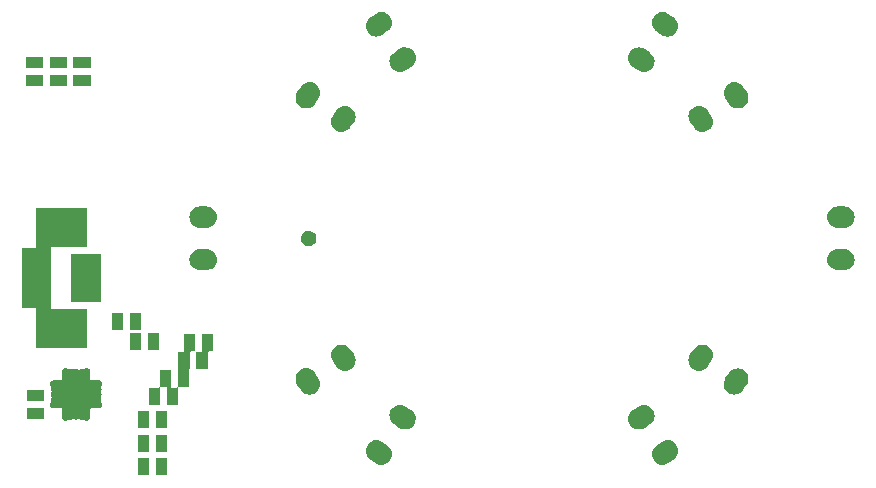
<source format=gbs>
G04 (created by PCBNEW (2013-07-07 BZR 4022)-stable) date 07/05/2014 00:19:26*
%MOIN*%
G04 Gerber Fmt 3.4, Leading zero omitted, Abs format*
%FSLAX34Y34*%
G01*
G70*
G90*
G04 APERTURE LIST*
%ADD10C,0.00590551*%
G04 APERTURE END LIST*
G54D10*
G36*
X58158Y-52640D02*
X57589Y-52640D01*
X57589Y-52271D01*
X58158Y-52271D01*
X58158Y-52640D01*
X58158Y-52640D01*
G37*
G36*
X58158Y-53240D02*
X57589Y-53240D01*
X57589Y-52871D01*
X58158Y-52871D01*
X58158Y-53240D01*
X58158Y-53240D01*
G37*
G36*
X58178Y-63762D02*
X57608Y-63762D01*
X57608Y-63393D01*
X58178Y-63393D01*
X58178Y-63762D01*
X58178Y-63762D01*
G37*
G36*
X58178Y-64362D02*
X57608Y-64362D01*
X57608Y-63993D01*
X58178Y-63993D01*
X58178Y-64362D01*
X58178Y-64362D01*
G37*
G36*
X58946Y-52640D02*
X58376Y-52640D01*
X58376Y-52271D01*
X58946Y-52271D01*
X58946Y-52640D01*
X58946Y-52640D01*
G37*
G36*
X58946Y-53240D02*
X58376Y-53240D01*
X58376Y-52871D01*
X58946Y-52871D01*
X58946Y-53240D01*
X58946Y-53240D01*
G37*
G36*
X59607Y-61988D02*
X57912Y-61988D01*
X57912Y-60676D01*
X57912Y-60661D01*
X57906Y-60647D01*
X57895Y-60636D01*
X57881Y-60630D01*
X57866Y-60630D01*
X57440Y-60630D01*
X57440Y-60283D01*
X57440Y-60267D01*
X57440Y-60204D01*
X57440Y-60189D01*
X57440Y-59889D01*
X57440Y-59874D01*
X57440Y-59810D01*
X57440Y-59795D01*
X57440Y-59495D01*
X57440Y-59480D01*
X57440Y-59417D01*
X57440Y-59401D01*
X57440Y-59102D01*
X57440Y-59086D01*
X57440Y-59023D01*
X57440Y-59008D01*
X57440Y-58660D01*
X57866Y-58660D01*
X57881Y-58660D01*
X57895Y-58654D01*
X57906Y-58643D01*
X57912Y-58629D01*
X57912Y-58614D01*
X57912Y-57302D01*
X59607Y-57302D01*
X59607Y-58603D01*
X58472Y-58603D01*
X58456Y-58603D01*
X58442Y-58608D01*
X58431Y-58619D01*
X58425Y-58634D01*
X58425Y-58649D01*
X58425Y-59008D01*
X58425Y-59023D01*
X58425Y-59086D01*
X58425Y-59102D01*
X58425Y-59401D01*
X58425Y-59417D01*
X58425Y-59480D01*
X58425Y-59495D01*
X58425Y-59795D01*
X58425Y-59810D01*
X58425Y-59874D01*
X58425Y-59889D01*
X58425Y-60189D01*
X58425Y-60204D01*
X58425Y-60267D01*
X58425Y-60283D01*
X58425Y-60641D01*
X58425Y-60657D01*
X58431Y-60671D01*
X58442Y-60682D01*
X58456Y-60688D01*
X58472Y-60688D01*
X59607Y-60688D01*
X59607Y-61988D01*
X59607Y-61988D01*
G37*
G36*
X59733Y-52640D02*
X59164Y-52640D01*
X59164Y-52271D01*
X59733Y-52271D01*
X59733Y-52640D01*
X59733Y-52640D01*
G37*
G36*
X59733Y-53240D02*
X59164Y-53240D01*
X59164Y-52871D01*
X59733Y-52871D01*
X59733Y-53240D01*
X59733Y-53240D01*
G37*
G36*
X60079Y-60433D02*
X59093Y-60433D01*
X59093Y-60086D01*
X59093Y-60071D01*
X59093Y-60007D01*
X59093Y-59992D01*
X59093Y-59692D01*
X59093Y-59677D01*
X59093Y-59613D01*
X59093Y-59598D01*
X59093Y-59299D01*
X59093Y-59283D01*
X59093Y-59220D01*
X59093Y-59204D01*
X59093Y-58857D01*
X60079Y-58857D01*
X60079Y-59204D01*
X60079Y-59220D01*
X60079Y-59283D01*
X60079Y-59299D01*
X60079Y-59598D01*
X60079Y-59613D01*
X60079Y-59677D01*
X60079Y-59692D01*
X60079Y-59992D01*
X60079Y-60007D01*
X60079Y-60071D01*
X60079Y-60086D01*
X60079Y-60433D01*
X60079Y-60433D01*
G37*
G36*
X60129Y-63878D02*
X60127Y-63900D01*
X60120Y-63921D01*
X60110Y-63940D01*
X60096Y-63957D01*
X60079Y-63971D01*
X60060Y-63981D01*
X60038Y-63988D01*
X60009Y-63990D01*
X59765Y-63990D01*
X59750Y-63990D01*
X59736Y-63996D01*
X59725Y-64007D01*
X59719Y-64021D01*
X59719Y-64037D01*
X59719Y-64281D01*
X59719Y-64283D01*
X59718Y-64289D01*
X59718Y-64290D01*
X59716Y-64311D01*
X59716Y-64312D01*
X59715Y-64312D01*
X59709Y-64332D01*
X59698Y-64352D01*
X59685Y-64368D01*
X59667Y-64382D01*
X59648Y-64392D01*
X59627Y-64399D01*
X59605Y-64401D01*
X59583Y-64398D01*
X59563Y-64392D01*
X59543Y-64381D01*
X59522Y-64364D01*
X59519Y-64361D01*
X59504Y-64355D01*
X59489Y-64355D01*
X59475Y-64361D01*
X59471Y-64363D01*
X59449Y-64369D01*
X59428Y-64371D01*
X59406Y-64369D01*
X59385Y-64362D01*
X59366Y-64352D01*
X59362Y-64348D01*
X59348Y-64343D01*
X59332Y-64343D01*
X59318Y-64348D01*
X59313Y-64353D01*
X59294Y-64363D01*
X59272Y-64369D01*
X59251Y-64371D01*
X59229Y-64369D01*
X59208Y-64362D01*
X59189Y-64352D01*
X59185Y-64348D01*
X59170Y-64343D01*
X59155Y-64343D01*
X59141Y-64348D01*
X59135Y-64353D01*
X59117Y-64363D01*
X59095Y-64369D01*
X59074Y-64371D01*
X59052Y-64369D01*
X59031Y-64362D01*
X59028Y-64361D01*
X59014Y-64355D01*
X58998Y-64355D01*
X58984Y-64361D01*
X58979Y-64366D01*
X58958Y-64382D01*
X58939Y-64392D01*
X58918Y-64399D01*
X58897Y-64401D01*
X58874Y-64398D01*
X58854Y-64392D01*
X58834Y-64381D01*
X58818Y-64367D01*
X58804Y-64350D01*
X58793Y-64331D01*
X58787Y-64310D01*
X58784Y-64281D01*
X58784Y-64037D01*
X58784Y-64021D01*
X58778Y-64007D01*
X58767Y-63996D01*
X58753Y-63990D01*
X58738Y-63990D01*
X58494Y-63990D01*
X58492Y-63990D01*
X58485Y-63990D01*
X58485Y-63990D01*
X58463Y-63987D01*
X58463Y-63987D01*
X58462Y-63987D01*
X58443Y-63981D01*
X58422Y-63970D01*
X58406Y-63956D01*
X58392Y-63939D01*
X58382Y-63920D01*
X58376Y-63898D01*
X58374Y-63877D01*
X58376Y-63855D01*
X58383Y-63834D01*
X58393Y-63815D01*
X58411Y-63794D01*
X58414Y-63790D01*
X58420Y-63776D01*
X58420Y-63761D01*
X58414Y-63747D01*
X58412Y-63743D01*
X58406Y-63721D01*
X58404Y-63700D01*
X58406Y-63677D01*
X58412Y-63657D01*
X58423Y-63637D01*
X58426Y-63633D01*
X58432Y-63619D01*
X58432Y-63604D01*
X58426Y-63590D01*
X58422Y-63584D01*
X58412Y-63565D01*
X58406Y-63544D01*
X58404Y-63523D01*
X58406Y-63500D01*
X58412Y-63480D01*
X58423Y-63460D01*
X58426Y-63456D01*
X58432Y-63442D01*
X58432Y-63427D01*
X58426Y-63413D01*
X58422Y-63407D01*
X58412Y-63388D01*
X58406Y-63367D01*
X58404Y-63345D01*
X58406Y-63323D01*
X58412Y-63303D01*
X58414Y-63299D01*
X58420Y-63285D01*
X58420Y-63270D01*
X58414Y-63256D01*
X58409Y-63250D01*
X58392Y-63230D01*
X58382Y-63211D01*
X58376Y-63190D01*
X58374Y-63168D01*
X58376Y-63146D01*
X58383Y-63125D01*
X58393Y-63106D01*
X58407Y-63089D01*
X58424Y-63075D01*
X58443Y-63065D01*
X58465Y-63059D01*
X58494Y-63056D01*
X58738Y-63056D01*
X58753Y-63056D01*
X58767Y-63050D01*
X58778Y-63039D01*
X58784Y-63025D01*
X58784Y-63010D01*
X58784Y-62766D01*
X58784Y-62763D01*
X58785Y-62757D01*
X58785Y-62757D01*
X58787Y-62735D01*
X58787Y-62735D01*
X58787Y-62734D01*
X58794Y-62714D01*
X58805Y-62694D01*
X58818Y-62678D01*
X58836Y-62664D01*
X58855Y-62654D01*
X58876Y-62648D01*
X58898Y-62646D01*
X58920Y-62648D01*
X58940Y-62654D01*
X58960Y-62665D01*
X58981Y-62682D01*
X58984Y-62686D01*
X58998Y-62691D01*
X59014Y-62691D01*
X59028Y-62686D01*
X59032Y-62684D01*
X59054Y-62677D01*
X59075Y-62675D01*
X59097Y-62678D01*
X59118Y-62684D01*
X59137Y-62695D01*
X59141Y-62698D01*
X59155Y-62704D01*
X59171Y-62704D01*
X59185Y-62698D01*
X59190Y-62693D01*
X59209Y-62684D01*
X59231Y-62677D01*
X59252Y-62675D01*
X59274Y-62678D01*
X59295Y-62684D01*
X59314Y-62695D01*
X59318Y-62698D01*
X59332Y-62704D01*
X59348Y-62704D01*
X59362Y-62698D01*
X59368Y-62693D01*
X59386Y-62684D01*
X59408Y-62677D01*
X59429Y-62675D01*
X59451Y-62678D01*
X59472Y-62684D01*
X59475Y-62686D01*
X59489Y-62692D01*
X59505Y-62692D01*
X59519Y-62686D01*
X59524Y-62680D01*
X59545Y-62664D01*
X59563Y-62654D01*
X59585Y-62648D01*
X59606Y-62646D01*
X59629Y-62648D01*
X59649Y-62654D01*
X59669Y-62665D01*
X59685Y-62679D01*
X59699Y-62696D01*
X59710Y-62715D01*
X59716Y-62736D01*
X59719Y-62766D01*
X59719Y-63010D01*
X59719Y-63025D01*
X59725Y-63039D01*
X59736Y-63050D01*
X59750Y-63056D01*
X59765Y-63056D01*
X60009Y-63056D01*
X60011Y-63056D01*
X60018Y-63057D01*
X60018Y-63057D01*
X60040Y-63059D01*
X60040Y-63059D01*
X60041Y-63059D01*
X60060Y-63065D01*
X60080Y-63076D01*
X60097Y-63090D01*
X60111Y-63108D01*
X60121Y-63126D01*
X60127Y-63148D01*
X60129Y-63169D01*
X60127Y-63192D01*
X60120Y-63212D01*
X60110Y-63232D01*
X60092Y-63253D01*
X60089Y-63256D01*
X60083Y-63270D01*
X60083Y-63285D01*
X60089Y-63300D01*
X60091Y-63304D01*
X60097Y-63325D01*
X60099Y-63346D01*
X60097Y-63369D01*
X60091Y-63389D01*
X60080Y-63409D01*
X60077Y-63413D01*
X60071Y-63427D01*
X60071Y-63442D01*
X60077Y-63457D01*
X60081Y-63462D01*
X60091Y-63481D01*
X60097Y-63502D01*
X60099Y-63524D01*
X60097Y-63546D01*
X60091Y-63566D01*
X60080Y-63586D01*
X60077Y-63590D01*
X60071Y-63604D01*
X60071Y-63619D01*
X60077Y-63634D01*
X60081Y-63639D01*
X60091Y-63658D01*
X60097Y-63680D01*
X60099Y-63701D01*
X60097Y-63723D01*
X60091Y-63744D01*
X60089Y-63747D01*
X60083Y-63761D01*
X60083Y-63776D01*
X60089Y-63791D01*
X60094Y-63796D01*
X60111Y-63816D01*
X60121Y-63835D01*
X60127Y-63857D01*
X60129Y-63878D01*
X60129Y-63878D01*
G37*
G36*
X60829Y-61387D02*
X60460Y-61387D01*
X60460Y-60817D01*
X60829Y-60817D01*
X60829Y-61387D01*
X60829Y-61387D01*
G37*
G36*
X61420Y-62056D02*
X61050Y-62056D01*
X61050Y-61486D01*
X61420Y-61486D01*
X61420Y-62056D01*
X61420Y-62056D01*
G37*
G36*
X61429Y-61387D02*
X61060Y-61387D01*
X61060Y-60817D01*
X61429Y-60817D01*
X61429Y-61387D01*
X61429Y-61387D01*
G37*
G36*
X61695Y-64654D02*
X61326Y-64654D01*
X61326Y-64085D01*
X61695Y-64085D01*
X61695Y-64654D01*
X61695Y-64654D01*
G37*
G36*
X61695Y-65442D02*
X61326Y-65442D01*
X61326Y-64872D01*
X61695Y-64872D01*
X61695Y-65442D01*
X61695Y-65442D01*
G37*
G36*
X61695Y-66229D02*
X61326Y-66229D01*
X61326Y-65660D01*
X61695Y-65660D01*
X61695Y-66229D01*
X61695Y-66229D01*
G37*
G36*
X62020Y-62056D02*
X61650Y-62056D01*
X61650Y-61486D01*
X62020Y-61486D01*
X62020Y-62056D01*
X62020Y-62056D01*
G37*
G36*
X62295Y-64654D02*
X61926Y-64654D01*
X61926Y-64085D01*
X62295Y-64085D01*
X62295Y-64654D01*
X62295Y-64654D01*
G37*
G36*
X62295Y-65442D02*
X61926Y-65442D01*
X61926Y-64872D01*
X62295Y-64872D01*
X62295Y-65442D01*
X62295Y-65442D01*
G37*
G36*
X62295Y-66229D02*
X61926Y-66229D01*
X61926Y-65660D01*
X62295Y-65660D01*
X62295Y-66229D01*
X62295Y-66229D01*
G37*
G36*
X63235Y-62096D02*
X63233Y-62095D01*
X63218Y-62095D01*
X63080Y-62095D01*
X63065Y-62095D01*
X63051Y-62101D01*
X63040Y-62112D01*
X63034Y-62126D01*
X63034Y-62142D01*
X63034Y-62686D01*
X63021Y-62692D01*
X63010Y-62703D01*
X63004Y-62717D01*
X63004Y-62732D01*
X63004Y-63276D01*
X62696Y-63276D01*
X62681Y-63276D01*
X62666Y-63282D01*
X62656Y-63293D01*
X62650Y-63307D01*
X62650Y-63323D01*
X62650Y-63867D01*
X62280Y-63867D01*
X62280Y-63323D01*
X62280Y-63307D01*
X62274Y-63293D01*
X62263Y-63282D01*
X62249Y-63276D01*
X62234Y-63276D01*
X62096Y-63276D01*
X62081Y-63276D01*
X62066Y-63282D01*
X62056Y-63293D01*
X62050Y-63307D01*
X62050Y-63323D01*
X62050Y-63867D01*
X61680Y-63867D01*
X61680Y-63297D01*
X61988Y-63297D01*
X62003Y-63297D01*
X62018Y-63291D01*
X62028Y-63281D01*
X62034Y-63266D01*
X62034Y-63251D01*
X62034Y-62707D01*
X62404Y-62707D01*
X62404Y-63251D01*
X62404Y-63266D01*
X62410Y-63281D01*
X62421Y-63291D01*
X62435Y-63297D01*
X62450Y-63297D01*
X62588Y-63297D01*
X62603Y-63297D01*
X62618Y-63291D01*
X62628Y-63281D01*
X62634Y-63266D01*
X62634Y-63251D01*
X62634Y-62706D01*
X62648Y-62701D01*
X62658Y-62690D01*
X62664Y-62676D01*
X62664Y-62661D01*
X62664Y-62116D01*
X62815Y-62116D01*
X62830Y-62116D01*
X62844Y-62110D01*
X62855Y-62100D01*
X62861Y-62085D01*
X62861Y-62070D01*
X62861Y-61526D01*
X63231Y-61526D01*
X63231Y-62070D01*
X63231Y-62085D01*
X63235Y-62096D01*
X63235Y-62096D01*
G37*
G36*
X63831Y-62095D02*
X63680Y-62095D01*
X63665Y-62095D01*
X63651Y-62101D01*
X63640Y-62112D01*
X63634Y-62126D01*
X63634Y-62142D01*
X63634Y-62686D01*
X63264Y-62686D01*
X63264Y-62142D01*
X63264Y-62126D01*
X63260Y-62115D01*
X63262Y-62116D01*
X63277Y-62116D01*
X63415Y-62116D01*
X63430Y-62116D01*
X63444Y-62110D01*
X63455Y-62100D01*
X63461Y-62085D01*
X63461Y-62070D01*
X63461Y-61526D01*
X63831Y-61526D01*
X63831Y-62095D01*
X63831Y-62095D01*
G37*
G36*
X63939Y-57620D02*
X63932Y-57689D01*
X63911Y-57755D01*
X63878Y-57816D01*
X63834Y-57869D01*
X63781Y-57913D01*
X63720Y-57945D01*
X63653Y-57965D01*
X63577Y-57973D01*
X63391Y-57973D01*
X63385Y-57973D01*
X63378Y-57972D01*
X63378Y-57972D01*
X63309Y-57964D01*
X63309Y-57964D01*
X63309Y-57964D01*
X63244Y-57943D01*
X63182Y-57910D01*
X63130Y-57866D01*
X63086Y-57811D01*
X63055Y-57751D01*
X63035Y-57684D01*
X63029Y-57615D01*
X63036Y-57546D01*
X63056Y-57480D01*
X63089Y-57419D01*
X63133Y-57366D01*
X63187Y-57322D01*
X63248Y-57290D01*
X63314Y-57270D01*
X63391Y-57263D01*
X63577Y-57263D01*
X63582Y-57263D01*
X63589Y-57263D01*
X63589Y-57263D01*
X63658Y-57271D01*
X63658Y-57271D01*
X63659Y-57271D01*
X63724Y-57292D01*
X63785Y-57325D01*
X63837Y-57369D01*
X63881Y-57424D01*
X63913Y-57485D01*
X63933Y-57552D01*
X63939Y-57620D01*
X63939Y-57620D01*
G37*
G36*
X63939Y-59037D02*
X63932Y-59106D01*
X63911Y-59172D01*
X63878Y-59233D01*
X63834Y-59286D01*
X63781Y-59330D01*
X63720Y-59363D01*
X63653Y-59383D01*
X63577Y-59390D01*
X63391Y-59390D01*
X63385Y-59390D01*
X63378Y-59389D01*
X63378Y-59389D01*
X63309Y-59382D01*
X63309Y-59381D01*
X63309Y-59381D01*
X63244Y-59361D01*
X63182Y-59327D01*
X63130Y-59283D01*
X63086Y-59229D01*
X63055Y-59168D01*
X63035Y-59101D01*
X63029Y-59033D01*
X63036Y-58963D01*
X63056Y-58898D01*
X63089Y-58837D01*
X63133Y-58784D01*
X63187Y-58740D01*
X63248Y-58707D01*
X63314Y-58687D01*
X63391Y-58680D01*
X63577Y-58680D01*
X63582Y-58680D01*
X63589Y-58681D01*
X63589Y-58681D01*
X63658Y-58688D01*
X63658Y-58688D01*
X63659Y-58688D01*
X63724Y-58709D01*
X63785Y-58743D01*
X63837Y-58787D01*
X63881Y-58841D01*
X63913Y-58902D01*
X63933Y-58969D01*
X63939Y-59037D01*
X63939Y-59037D01*
G37*
G36*
X67264Y-58304D02*
X67263Y-58356D01*
X67251Y-58410D01*
X67233Y-58451D01*
X67200Y-58497D01*
X67168Y-58527D01*
X67121Y-58557D01*
X67079Y-58573D01*
X67024Y-58583D01*
X66980Y-58582D01*
X66925Y-58570D01*
X66884Y-58553D01*
X66838Y-58520D01*
X66808Y-58489D01*
X66777Y-58441D01*
X66761Y-58400D01*
X66751Y-58345D01*
X66751Y-58301D01*
X66763Y-58245D01*
X66780Y-58205D01*
X66812Y-58158D01*
X66843Y-58128D01*
X66891Y-58096D01*
X66931Y-58080D01*
X66988Y-58070D01*
X67031Y-58070D01*
X67087Y-58081D01*
X67127Y-58098D01*
X67174Y-58130D01*
X67205Y-58161D01*
X67237Y-58209D01*
X67253Y-58248D01*
X67264Y-58304D01*
X67264Y-58304D01*
G37*
G36*
X67388Y-63182D02*
X67380Y-63251D01*
X67360Y-63316D01*
X67327Y-63378D01*
X67283Y-63430D01*
X67228Y-63474D01*
X67168Y-63506D01*
X67101Y-63526D01*
X67033Y-63533D01*
X66963Y-63526D01*
X66898Y-63505D01*
X66836Y-63473D01*
X66783Y-63429D01*
X66739Y-63375D01*
X66739Y-63375D01*
X66627Y-63208D01*
X66627Y-63208D01*
X66624Y-63203D01*
X66593Y-63143D01*
X66573Y-63075D01*
X66567Y-63007D01*
X66575Y-62938D01*
X66595Y-62873D01*
X66629Y-62811D01*
X66672Y-62759D01*
X66727Y-62715D01*
X66787Y-62683D01*
X66854Y-62663D01*
X66923Y-62656D01*
X66992Y-62663D01*
X67058Y-62684D01*
X67119Y-62716D01*
X67172Y-62760D01*
X67216Y-62814D01*
X67216Y-62814D01*
X67216Y-62814D01*
X67218Y-62817D01*
X67328Y-62981D01*
X67328Y-62981D01*
X67331Y-62986D01*
X67362Y-63046D01*
X67382Y-63114D01*
X67388Y-63182D01*
X67388Y-63182D01*
G37*
G36*
X67388Y-53475D02*
X67381Y-53544D01*
X67361Y-53610D01*
X67328Y-53671D01*
X67328Y-53672D01*
X67316Y-53690D01*
X67216Y-53839D01*
X67216Y-53839D01*
X67216Y-53839D01*
X67213Y-53843D01*
X67169Y-53895D01*
X67114Y-53939D01*
X67054Y-53971D01*
X66986Y-53990D01*
X66918Y-53996D01*
X66849Y-53989D01*
X66783Y-53968D01*
X66722Y-53935D01*
X66669Y-53891D01*
X66626Y-53837D01*
X66593Y-53776D01*
X66574Y-53709D01*
X66567Y-53641D01*
X66574Y-53572D01*
X66594Y-53506D01*
X66627Y-53445D01*
X66739Y-53277D01*
X66742Y-53273D01*
X66786Y-53221D01*
X66841Y-53177D01*
X66902Y-53145D01*
X66969Y-53126D01*
X67037Y-53120D01*
X67106Y-53127D01*
X67172Y-53148D01*
X67233Y-53181D01*
X67286Y-53225D01*
X67330Y-53279D01*
X67362Y-53340D01*
X67381Y-53407D01*
X67388Y-53475D01*
X67388Y-53475D01*
G37*
G36*
X68566Y-62393D02*
X68558Y-62463D01*
X68538Y-62528D01*
X68504Y-62589D01*
X68460Y-62642D01*
X68406Y-62686D01*
X68345Y-62718D01*
X68279Y-62738D01*
X68210Y-62744D01*
X68141Y-62737D01*
X68075Y-62717D01*
X68014Y-62684D01*
X67961Y-62640D01*
X67917Y-62587D01*
X67917Y-62587D01*
X67805Y-62420D01*
X67805Y-62419D01*
X67802Y-62415D01*
X67770Y-62354D01*
X67751Y-62287D01*
X67745Y-62219D01*
X67752Y-62149D01*
X67773Y-62084D01*
X67806Y-62023D01*
X67850Y-61970D01*
X67904Y-61926D01*
X67965Y-61894D01*
X68032Y-61874D01*
X68100Y-61868D01*
X68169Y-61875D01*
X68235Y-61895D01*
X68296Y-61928D01*
X68350Y-61972D01*
X68394Y-62025D01*
X68394Y-62025D01*
X68394Y-62025D01*
X68396Y-62028D01*
X68506Y-62193D01*
X68506Y-62193D01*
X68509Y-62197D01*
X68540Y-62258D01*
X68560Y-62325D01*
X68566Y-62393D01*
X68566Y-62393D01*
G37*
G36*
X68566Y-54264D02*
X68559Y-54333D01*
X68539Y-54399D01*
X68506Y-54460D01*
X68506Y-54460D01*
X68494Y-54478D01*
X68394Y-54627D01*
X68394Y-54627D01*
X68394Y-54627D01*
X68391Y-54632D01*
X68347Y-54684D01*
X68292Y-54728D01*
X68231Y-54759D01*
X68164Y-54779D01*
X68096Y-54785D01*
X68026Y-54777D01*
X67961Y-54757D01*
X67900Y-54723D01*
X67847Y-54679D01*
X67803Y-54625D01*
X67771Y-54564D01*
X67751Y-54498D01*
X67745Y-54429D01*
X67752Y-54360D01*
X67772Y-54294D01*
X67805Y-54233D01*
X67917Y-54066D01*
X67920Y-54061D01*
X67964Y-54009D01*
X68019Y-53965D01*
X68079Y-53934D01*
X68147Y-53914D01*
X68215Y-53908D01*
X68284Y-53916D01*
X68350Y-53936D01*
X68411Y-53970D01*
X68463Y-54014D01*
X68507Y-54068D01*
X68539Y-54129D01*
X68559Y-54195D01*
X68566Y-54264D01*
X68566Y-54264D01*
G37*
G36*
X69784Y-65522D02*
X69776Y-65591D01*
X69756Y-65657D01*
X69722Y-65718D01*
X69678Y-65771D01*
X69624Y-65814D01*
X69563Y-65846D01*
X69497Y-65866D01*
X69428Y-65873D01*
X69359Y-65866D01*
X69293Y-65846D01*
X69232Y-65813D01*
X69232Y-65813D01*
X69068Y-65703D01*
X69065Y-65701D01*
X69065Y-65701D01*
X69065Y-65701D01*
X69060Y-65698D01*
X69008Y-65654D01*
X68964Y-65599D01*
X68933Y-65538D01*
X68913Y-65471D01*
X68907Y-65403D01*
X68915Y-65333D01*
X68935Y-65268D01*
X68969Y-65207D01*
X69013Y-65154D01*
X69067Y-65110D01*
X69128Y-65078D01*
X69194Y-65058D01*
X69263Y-65052D01*
X69332Y-65059D01*
X69398Y-65079D01*
X69459Y-65112D01*
X69459Y-65112D01*
X69626Y-65224D01*
X69626Y-65224D01*
X69631Y-65227D01*
X69683Y-65271D01*
X69727Y-65326D01*
X69758Y-65386D01*
X69778Y-65454D01*
X69784Y-65522D01*
X69784Y-65522D01*
G37*
G36*
X69784Y-51135D02*
X69777Y-51204D01*
X69756Y-51270D01*
X69724Y-51331D01*
X69680Y-51385D01*
X69626Y-51428D01*
X69626Y-51429D01*
X69626Y-51429D01*
X69459Y-51541D01*
X69459Y-51541D01*
X69459Y-51541D01*
X69454Y-51544D01*
X69394Y-51575D01*
X69326Y-51595D01*
X69258Y-51601D01*
X69189Y-51593D01*
X69124Y-51573D01*
X69062Y-51539D01*
X69010Y-51495D01*
X68966Y-51441D01*
X68934Y-51380D01*
X68914Y-51314D01*
X68907Y-51245D01*
X68914Y-51176D01*
X68935Y-51110D01*
X68967Y-51049D01*
X69011Y-50996D01*
X69065Y-50952D01*
X69232Y-50840D01*
X69237Y-50837D01*
X69297Y-50805D01*
X69364Y-50786D01*
X69432Y-50780D01*
X69502Y-50787D01*
X69567Y-50808D01*
X69629Y-50841D01*
X69681Y-50885D01*
X69725Y-50939D01*
X69757Y-51000D01*
X69777Y-51067D01*
X69784Y-51135D01*
X69784Y-51135D01*
G37*
G36*
X70572Y-64344D02*
X70564Y-64414D01*
X70544Y-64479D01*
X70511Y-64540D01*
X70467Y-64593D01*
X70413Y-64637D01*
X70352Y-64669D01*
X70285Y-64689D01*
X70217Y-64695D01*
X70148Y-64688D01*
X70082Y-64668D01*
X70021Y-64635D01*
X70020Y-64635D01*
X69856Y-64525D01*
X69853Y-64523D01*
X69853Y-64523D01*
X69853Y-64523D01*
X69848Y-64520D01*
X69796Y-64476D01*
X69753Y-64421D01*
X69721Y-64361D01*
X69702Y-64293D01*
X69696Y-64225D01*
X69703Y-64156D01*
X69724Y-64090D01*
X69757Y-64029D01*
X69801Y-63976D01*
X69855Y-63933D01*
X69916Y-63901D01*
X69983Y-63881D01*
X70051Y-63874D01*
X70120Y-63881D01*
X70186Y-63901D01*
X70247Y-63934D01*
X70247Y-63934D01*
X70415Y-64046D01*
X70415Y-64046D01*
X70419Y-64049D01*
X70471Y-64093D01*
X70515Y-64148D01*
X70546Y-64209D01*
X70566Y-64276D01*
X70572Y-64344D01*
X70572Y-64344D01*
G37*
G36*
X70572Y-52313D02*
X70565Y-52382D01*
X70545Y-52448D01*
X70512Y-52509D01*
X70468Y-52562D01*
X70415Y-52606D01*
X70415Y-52606D01*
X70415Y-52606D01*
X70247Y-52718D01*
X70247Y-52718D01*
X70247Y-52718D01*
X70243Y-52721D01*
X70182Y-52753D01*
X70115Y-52772D01*
X70047Y-52778D01*
X69977Y-52771D01*
X69912Y-52750D01*
X69851Y-52717D01*
X69798Y-52673D01*
X69754Y-52619D01*
X69722Y-52558D01*
X69702Y-52491D01*
X69696Y-52423D01*
X69703Y-52354D01*
X69723Y-52288D01*
X69756Y-52227D01*
X69800Y-52173D01*
X69853Y-52130D01*
X70021Y-52017D01*
X70025Y-52014D01*
X70086Y-51983D01*
X70153Y-51963D01*
X70221Y-51958D01*
X70290Y-51965D01*
X70356Y-51986D01*
X70417Y-52019D01*
X70470Y-52063D01*
X70514Y-52117D01*
X70546Y-52178D01*
X70566Y-52244D01*
X70572Y-52313D01*
X70572Y-52313D01*
G37*
G36*
X78532Y-52427D02*
X78524Y-52497D01*
X78504Y-52562D01*
X78470Y-52623D01*
X78426Y-52676D01*
X78372Y-52720D01*
X78311Y-52752D01*
X78245Y-52772D01*
X78176Y-52778D01*
X78107Y-52771D01*
X78041Y-52751D01*
X77980Y-52718D01*
X77980Y-52718D01*
X77816Y-52608D01*
X77813Y-52606D01*
X77813Y-52606D01*
X77813Y-52606D01*
X77808Y-52603D01*
X77756Y-52559D01*
X77712Y-52504D01*
X77681Y-52444D01*
X77661Y-52377D01*
X77655Y-52309D01*
X77663Y-52239D01*
X77683Y-52174D01*
X77717Y-52112D01*
X77761Y-52060D01*
X77815Y-52016D01*
X77876Y-51984D01*
X77942Y-51964D01*
X78011Y-51958D01*
X78080Y-51965D01*
X78146Y-51985D01*
X78207Y-52017D01*
X78207Y-52017D01*
X78374Y-52129D01*
X78374Y-52130D01*
X78379Y-52133D01*
X78431Y-52177D01*
X78475Y-52231D01*
X78506Y-52292D01*
X78526Y-52359D01*
X78532Y-52427D01*
X78532Y-52427D01*
G37*
G36*
X78532Y-64230D02*
X78525Y-64299D01*
X78504Y-64365D01*
X78472Y-64426D01*
X78428Y-64479D01*
X78374Y-64523D01*
X78374Y-64523D01*
X78374Y-64523D01*
X78207Y-64635D01*
X78207Y-64635D01*
X78207Y-64635D01*
X78202Y-64638D01*
X78142Y-64670D01*
X78074Y-64689D01*
X78006Y-64695D01*
X77937Y-64687D01*
X77872Y-64667D01*
X77810Y-64634D01*
X77758Y-64590D01*
X77714Y-64536D01*
X77682Y-64475D01*
X77662Y-64408D01*
X77655Y-64340D01*
X77662Y-64271D01*
X77683Y-64205D01*
X77715Y-64144D01*
X77759Y-64090D01*
X77813Y-64046D01*
X77980Y-63934D01*
X77985Y-63931D01*
X78045Y-63900D01*
X78112Y-63880D01*
X78181Y-63874D01*
X78250Y-63882D01*
X78315Y-63902D01*
X78377Y-63936D01*
X78429Y-63980D01*
X78473Y-64034D01*
X78505Y-64094D01*
X78525Y-64161D01*
X78532Y-64230D01*
X78532Y-64230D01*
G37*
G36*
X79320Y-51250D02*
X79312Y-51319D01*
X79292Y-51384D01*
X79259Y-51446D01*
X79215Y-51498D01*
X79161Y-51542D01*
X79100Y-51574D01*
X79033Y-51594D01*
X78965Y-51601D01*
X78896Y-51594D01*
X78830Y-51573D01*
X78769Y-51541D01*
X78768Y-51541D01*
X78604Y-51431D01*
X78601Y-51429D01*
X78601Y-51429D01*
X78601Y-51428D01*
X78596Y-51425D01*
X78545Y-51381D01*
X78501Y-51327D01*
X78469Y-51266D01*
X78450Y-51199D01*
X78444Y-51131D01*
X78451Y-51061D01*
X78472Y-50996D01*
X78505Y-50935D01*
X78549Y-50882D01*
X78603Y-50838D01*
X78664Y-50806D01*
X78731Y-50786D01*
X78799Y-50780D01*
X78868Y-50787D01*
X78934Y-50807D01*
X78995Y-50840D01*
X78995Y-50840D01*
X79163Y-50952D01*
X79163Y-50952D01*
X79167Y-50955D01*
X79219Y-50999D01*
X79263Y-51054D01*
X79294Y-51114D01*
X79314Y-51181D01*
X79320Y-51250D01*
X79320Y-51250D01*
G37*
G36*
X79320Y-65407D02*
X79313Y-65476D01*
X79293Y-65542D01*
X79260Y-65603D01*
X79216Y-65657D01*
X79163Y-65701D01*
X79163Y-65701D01*
X79163Y-65701D01*
X78995Y-65813D01*
X78995Y-65813D01*
X78995Y-65813D01*
X78991Y-65816D01*
X78930Y-65847D01*
X78863Y-65867D01*
X78795Y-65873D01*
X78725Y-65865D01*
X78660Y-65845D01*
X78599Y-65811D01*
X78546Y-65767D01*
X78502Y-65713D01*
X78470Y-65653D01*
X78450Y-65586D01*
X78444Y-65517D01*
X78451Y-65448D01*
X78471Y-65382D01*
X78504Y-65321D01*
X78548Y-65268D01*
X78601Y-65224D01*
X78769Y-65112D01*
X78773Y-65109D01*
X78834Y-65078D01*
X78901Y-65058D01*
X78969Y-65052D01*
X79039Y-65060D01*
X79104Y-65080D01*
X79165Y-65113D01*
X79218Y-65157D01*
X79262Y-65211D01*
X79294Y-65272D01*
X79314Y-65339D01*
X79320Y-65407D01*
X79320Y-65407D01*
G37*
G36*
X80482Y-54434D02*
X80475Y-54503D01*
X80454Y-54568D01*
X80421Y-54630D01*
X80377Y-54682D01*
X80323Y-54726D01*
X80262Y-54758D01*
X80196Y-54778D01*
X80127Y-54785D01*
X80058Y-54778D01*
X79992Y-54757D01*
X79931Y-54725D01*
X79878Y-54681D01*
X79834Y-54627D01*
X79834Y-54627D01*
X79722Y-54460D01*
X79722Y-54460D01*
X79719Y-54455D01*
X79687Y-54395D01*
X79668Y-54327D01*
X79662Y-54259D01*
X79669Y-54190D01*
X79690Y-54125D01*
X79723Y-54063D01*
X79767Y-54011D01*
X79821Y-53967D01*
X79882Y-53935D01*
X79949Y-53915D01*
X80017Y-53908D01*
X80086Y-53915D01*
X80152Y-53936D01*
X80213Y-53968D01*
X80267Y-54012D01*
X80310Y-54066D01*
X80311Y-54066D01*
X80311Y-54066D01*
X80313Y-54069D01*
X80422Y-54233D01*
X80423Y-54233D01*
X80426Y-54238D01*
X80457Y-54298D01*
X80476Y-54366D01*
X80482Y-54434D01*
X80482Y-54434D01*
G37*
G36*
X80484Y-62223D02*
X80477Y-62292D01*
X80457Y-62358D01*
X80423Y-62419D01*
X80423Y-62419D01*
X80311Y-62586D01*
X80311Y-62586D01*
X80308Y-62590D01*
X80264Y-62642D01*
X80263Y-62642D01*
X80263Y-62642D01*
X80209Y-62685D01*
X80209Y-62685D01*
X80208Y-62686D01*
X80148Y-62717D01*
X80080Y-62736D01*
X80013Y-62742D01*
X79943Y-62734D01*
X79878Y-62713D01*
X79816Y-62680D01*
X79764Y-62636D01*
X79720Y-62581D01*
X79689Y-62521D01*
X79669Y-62454D01*
X79663Y-62385D01*
X79670Y-62316D01*
X79690Y-62250D01*
X79723Y-62189D01*
X79836Y-62022D01*
X79839Y-62018D01*
X79883Y-61966D01*
X79884Y-61966D01*
X79884Y-61966D01*
X79938Y-61923D01*
X79938Y-61923D01*
X79938Y-61922D01*
X79999Y-61891D01*
X80066Y-61872D01*
X80134Y-61866D01*
X80204Y-61874D01*
X80269Y-61895D01*
X80330Y-61928D01*
X80383Y-61972D01*
X80426Y-62027D01*
X80458Y-62087D01*
X80478Y-62154D01*
X80484Y-62223D01*
X80484Y-62223D01*
G37*
G36*
X81659Y-63015D02*
X81652Y-63084D01*
X81632Y-63150D01*
X81598Y-63211D01*
X81598Y-63211D01*
X81486Y-63378D01*
X81486Y-63378D01*
X81483Y-63383D01*
X81439Y-63435D01*
X81438Y-63435D01*
X81438Y-63435D01*
X81384Y-63478D01*
X81384Y-63478D01*
X81383Y-63478D01*
X81323Y-63509D01*
X81255Y-63529D01*
X81188Y-63534D01*
X81118Y-63527D01*
X81053Y-63506D01*
X80991Y-63472D01*
X80939Y-63428D01*
X80895Y-63374D01*
X80864Y-63313D01*
X80844Y-63246D01*
X80838Y-63178D01*
X80845Y-63109D01*
X80865Y-63043D01*
X80898Y-62982D01*
X81011Y-62815D01*
X81014Y-62810D01*
X81058Y-62759D01*
X81059Y-62758D01*
X81059Y-62758D01*
X81113Y-62715D01*
X81113Y-62715D01*
X81113Y-62715D01*
X81174Y-62684D01*
X81241Y-62664D01*
X81309Y-62659D01*
X81379Y-62667D01*
X81444Y-62687D01*
X81505Y-62721D01*
X81558Y-62765D01*
X81601Y-62819D01*
X81633Y-62880D01*
X81653Y-62947D01*
X81659Y-63015D01*
X81659Y-63015D01*
G37*
G36*
X81660Y-53645D02*
X81653Y-53715D01*
X81632Y-53780D01*
X81599Y-53841D01*
X81555Y-53894D01*
X81501Y-53938D01*
X81440Y-53970D01*
X81373Y-53990D01*
X81305Y-53996D01*
X81236Y-53989D01*
X81170Y-53969D01*
X81109Y-53936D01*
X81055Y-53892D01*
X81011Y-53839D01*
X81011Y-53839D01*
X80899Y-53672D01*
X80899Y-53671D01*
X80896Y-53667D01*
X80865Y-53606D01*
X80845Y-53539D01*
X80839Y-53471D01*
X80847Y-53401D01*
X80867Y-53336D01*
X80901Y-53275D01*
X80945Y-53222D01*
X80999Y-53178D01*
X81060Y-53146D01*
X81126Y-53126D01*
X81195Y-53120D01*
X81264Y-53127D01*
X81330Y-53147D01*
X81391Y-53180D01*
X81444Y-53224D01*
X81488Y-53277D01*
X81488Y-53277D01*
X81488Y-53277D01*
X81490Y-53280D01*
X81600Y-53445D01*
X81600Y-53445D01*
X81603Y-53449D01*
X81635Y-53510D01*
X81654Y-53577D01*
X81660Y-53645D01*
X81660Y-53645D01*
G37*
G36*
X85199Y-57620D02*
X85191Y-57689D01*
X85171Y-57755D01*
X85138Y-57816D01*
X85094Y-57869D01*
X85040Y-57913D01*
X84979Y-57945D01*
X84913Y-57965D01*
X84837Y-57973D01*
X84650Y-57973D01*
X84645Y-57973D01*
X84638Y-57972D01*
X84638Y-57972D01*
X84569Y-57964D01*
X84569Y-57964D01*
X84569Y-57964D01*
X84504Y-57943D01*
X84442Y-57910D01*
X84390Y-57866D01*
X84346Y-57811D01*
X84314Y-57751D01*
X84295Y-57684D01*
X84288Y-57615D01*
X84296Y-57546D01*
X84316Y-57480D01*
X84349Y-57419D01*
X84393Y-57366D01*
X84447Y-57322D01*
X84508Y-57290D01*
X84574Y-57270D01*
X84650Y-57263D01*
X84837Y-57263D01*
X84842Y-57263D01*
X84849Y-57263D01*
X84849Y-57263D01*
X84918Y-57271D01*
X84918Y-57271D01*
X84919Y-57271D01*
X84984Y-57292D01*
X85045Y-57325D01*
X85097Y-57369D01*
X85141Y-57424D01*
X85173Y-57485D01*
X85193Y-57552D01*
X85199Y-57620D01*
X85199Y-57620D01*
G37*
G36*
X85199Y-59037D02*
X85191Y-59106D01*
X85171Y-59172D01*
X85138Y-59233D01*
X85094Y-59286D01*
X85040Y-59330D01*
X84979Y-59363D01*
X84913Y-59383D01*
X84837Y-59390D01*
X84650Y-59390D01*
X84645Y-59390D01*
X84638Y-59389D01*
X84638Y-59389D01*
X84569Y-59382D01*
X84569Y-59381D01*
X84569Y-59381D01*
X84504Y-59361D01*
X84442Y-59327D01*
X84390Y-59283D01*
X84346Y-59229D01*
X84314Y-59168D01*
X84295Y-59101D01*
X84288Y-59033D01*
X84296Y-58963D01*
X84316Y-58898D01*
X84349Y-58837D01*
X84393Y-58784D01*
X84447Y-58740D01*
X84508Y-58707D01*
X84574Y-58687D01*
X84650Y-58680D01*
X84837Y-58680D01*
X84842Y-58680D01*
X84849Y-58681D01*
X84849Y-58681D01*
X84918Y-58688D01*
X84918Y-58688D01*
X84919Y-58688D01*
X84984Y-58709D01*
X85045Y-58743D01*
X85097Y-58787D01*
X85141Y-58841D01*
X85173Y-58902D01*
X85193Y-58969D01*
X85199Y-59037D01*
X85199Y-59037D01*
G37*
M02*

</source>
